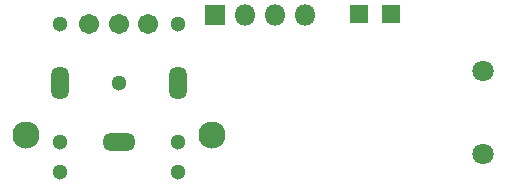
<source format=gbr>
%TF.GenerationSoftware,KiCad,Pcbnew,(5.1.6)-1*%
%TF.CreationDate,2024-02-19T11:36:57-05:00*%
%TF.ProjectId,GB-DMG-Pro-Headphone-PCB,47422d44-4d47-42d5-9072-6f2d48656164,0*%
%TF.SameCoordinates,Original*%
%TF.FileFunction,Soldermask,Bot*%
%TF.FilePolarity,Negative*%
%FSLAX46Y46*%
G04 Gerber Fmt 4.6, Leading zero omitted, Abs format (unit mm)*
G04 Created by KiCad (PCBNEW (5.1.6)-1) date 2024-02-19 11:36:57*
%MOMM*%
%LPD*%
G01*
G04 APERTURE LIST*
%ADD10R,1.800000X1.800000*%
%ADD11O,1.800000X1.800000*%
%ADD12C,1.300000*%
%ADD13O,2.820000X1.512000*%
%ADD14C,1.712000*%
%ADD15O,1.512000X2.820000*%
%ADD16C,2.300000*%
%ADD17C,1.800000*%
%ADD18R,1.600000X1.600000*%
G04 APERTURE END LIST*
D10*
%TO.C,J1*%
X145542000Y-99123500D03*
D11*
X148082000Y-99123500D03*
X150622000Y-99123500D03*
X153162000Y-99123500D03*
%TD*%
D12*
%TO.C,J2*%
X142350500Y-112402000D03*
X142350500Y-109902000D03*
X132350500Y-112402000D03*
X132350500Y-109902000D03*
X137350500Y-104902000D03*
X142350500Y-99902000D03*
X132350500Y-99902000D03*
D13*
X137350500Y-109902000D03*
D14*
X134850500Y-99902000D03*
X137350500Y-99902000D03*
X139850500Y-99902000D03*
D15*
X142350500Y-104902000D03*
X132350500Y-104902000D03*
%TD*%
D16*
%TO.C,H1*%
X129476500Y-109283500D03*
%TD*%
%TO.C,H2*%
X145224500Y-109283500D03*
%TD*%
D17*
%TO.C,J3*%
X168194500Y-110850500D03*
X168194500Y-103850500D03*
%TD*%
D18*
%TO.C,J4*%
X160401000Y-98996500D03*
%TD*%
%TO.C,J5*%
X157734000Y-98996500D03*
%TD*%
M02*

</source>
